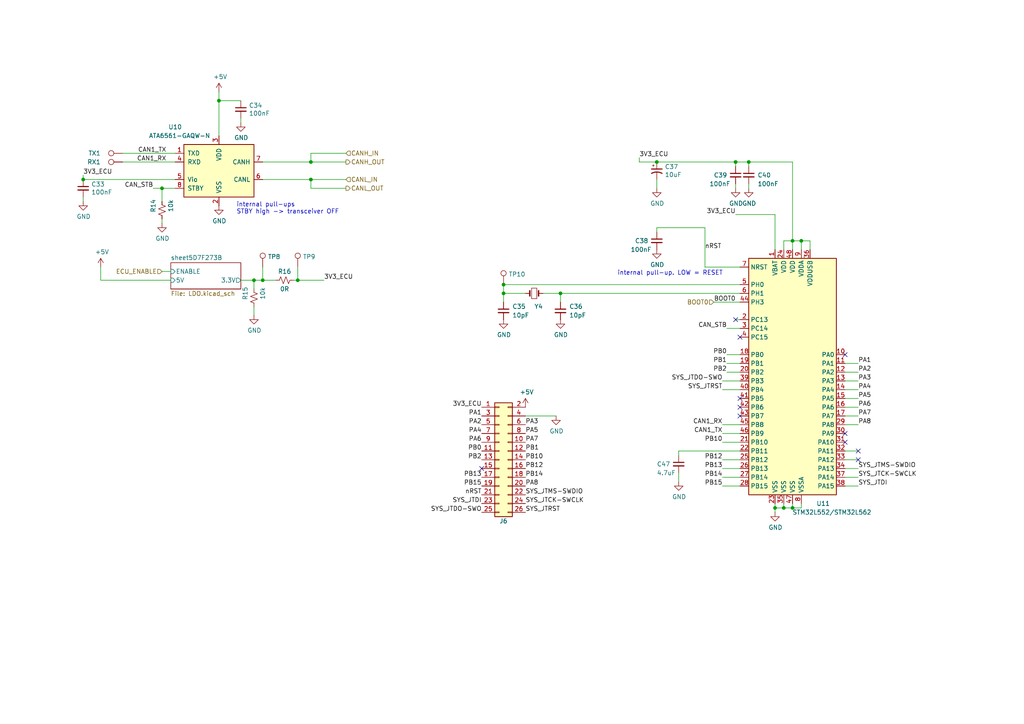
<source format=kicad_sch>
(kicad_sch (version 20230121) (generator eeschema)
  (paper "A4")
  (title_block (title "RAMN: Resistant Automotive Miniature Network V1.0") (date "2024-02-20") (rev "B2L") (company "Copyright (c) 2024 TOYOTA MOTOR CORPORATION. ALL RIGHTS RESERVED.") (comment 3 "License: CC BY-SA 4.0") (comment 4 "https://github.com/toyotainfotech/ramn"))
  (lib_symbols
    (symbol "Connector:TestPoint" (pin_numbers hide) (pin_names (offset 0.762) hide)
      (property "Reference" "TP" (at 0 6.858 0))
      (property "Value" "TestPoint" (at 0 5.08 0))
      (symbol "TestPoint_0_1"
        (circle (center 0 3.302) (radius 0.762))
      )
      (symbol "TestPoint_1_1"
        (pin passive line (at 0 0 90) (length 2.54) (name "1") (number "1"))
      )
    )
    (symbol "Connector_Generic:Conn_02x13_Odd_Even" (pin_names (offset 1.016) hide)
      (property "Reference" "J" (at 1.27 17.78 0))
      (property "Value" "Conn_02x13_Odd_Even" (at 1.27 -17.78 0))
      (symbol "Conn_02x13_Odd_Even_1_1"
        (rectangle (start -1.27 -15.113) (end 0 -15.367) (stroke (width 0.1524)))
        (rectangle (start -1.27 -12.573) (end 0 -12.827) (stroke (width 0.1524)))
        (rectangle (start -1.27 -10.033) (end 0 -10.287) (stroke (width 0.1524)))
        (rectangle (start -1.27 -7.493) (end 0 -7.747) (stroke (width 0.1524)))
        (rectangle (start -1.27 -4.953) (end 0 -5.207) (stroke (width 0.1524)))
        (rectangle (start -1.27 -2.413) (end 0 -2.667) (stroke (width 0.1524)))
        (rectangle (start -1.27 0.127) (end 0 -0.127) (stroke (width 0.1524)))
        (rectangle (start -1.27 2.667) (end 0 2.413) (stroke (width 0.1524)))
        (rectangle (start -1.27 5.207) (end 0 4.953) (stroke (width 0.1524)))
        (rectangle (start -1.27 7.747) (end 0 7.493) (stroke (width 0.1524)))
        (rectangle (start -1.27 10.287) (end 0 10.033) (stroke (width 0.1524)))
        (rectangle (start -1.27 12.827) (end 0 12.573) (stroke (width 0.1524)))
        (rectangle (start -1.27 15.367) (end 0 15.113) (stroke (width 0.1524)))
        (rectangle (start -1.27 16.51) (end 3.81 -16.51) (stroke (width 0.254)) (fill (type background)))
        (rectangle (start 3.81 -15.113) (end 2.54 -15.367) (stroke (width 0.1524)))
        (rectangle (start 3.81 -12.573) (end 2.54 -12.827) (stroke (width 0.1524)))
        (rectangle (start 3.81 -10.033) (end 2.54 -10.287) (stroke (width 0.1524)))
        (rectangle (start 3.81 -7.493) (end 2.54 -7.747) (stroke (width 0.1524)))
        (rectangle (start 3.81 -4.953) (end 2.54 -5.207) (stroke (width 0.1524)))
        (rectangle (start 3.81 -2.413) (end 2.54 -2.667) (stroke (width 0.1524)))
        (rectangle (start 3.81 0.127) (end 2.54 -0.127) (stroke (width 0.1524)))
        (rectangle (start 3.81 2.667) (end 2.54 2.413) (stroke (width 0.1524)))
        (rectangle (start 3.81 5.207) (end 2.54 4.953) (stroke (width 0.1524)))
        (rectangle (start 3.81 7.747) (end 2.54 7.493) (stroke (width 0.1524)))
        (rectangle (start 3.81 10.287) (end 2.54 10.033) (stroke (width 0.1524)))
        (rectangle (start 3.81 12.827) (end 2.54 12.573) (stroke (width 0.1524)))
        (rectangle (start 3.81 15.367) (end 2.54 15.113) (stroke (width 0.1524)))
        (pin passive line (at -5.08 15.24 0) (length 3.81) (name "Pin_1") (number "1"))
        (pin passive line (at 7.62 5.08 180) (length 3.81) (name "Pin_10") (number "10"))
        (pin passive line (at -5.08 2.54 0) (length 3.81) (name "Pin_11") (number "11"))
        (pin passive line (at 7.62 2.54 180) (length 3.81) (name "Pin_12") (number "12"))
        (pin passive line (at -5.08 0 0) (length 3.81) (name "Pin_13") (number "13"))
        (pin passive line (at 7.62 0 180) (length 3.81) (name "Pin_14") (number "14"))
        (pin passive line (at -5.08 -2.54 0) (length 3.81) (name "Pin_15") (number "15"))
        (pin passive line (at 7.62 -2.54 180) (length 3.81) (name "Pin_16") (number "16"))
        (pin passive line (at -5.08 -5.08 0) (length 3.81) (name "Pin_17") (number "17"))
        (pin passive line (at 7.62 -5.08 180) (length 3.81) (name "Pin_18") (number "18"))
        (pin passive line (at -5.08 -7.62 0) (length 3.81) (name "Pin_19") (number "19"))
        (pin passive line (at 7.62 15.24 180) (length 3.81) (name "Pin_2") (number "2"))
        (pin passive line (at 7.62 -7.62 180) (length 3.81) (name "Pin_20") (number "20"))
        (pin passive line (at -5.08 -10.16 0) (length 3.81) (name "Pin_21") (number "21"))
        (pin passive line (at 7.62 -10.16 180) (length 3.81) (name "Pin_22") (number "22"))
        (pin passive line (at -5.08 -12.7 0) (length 3.81) (name "Pin_23") (number "23"))
        (pin passive line (at 7.62 -12.7 180) (length 3.81) (name "Pin_24") (number "24"))
        (pin passive line (at -5.08 -15.24 0) (length 3.81) (name "Pin_25") (number "25"))
        (pin passive line (at 7.62 -15.24 180) (length 3.81) (name "Pin_26") (number "26"))
        (pin passive line (at -5.08 12.7 0) (length 3.81) (name "Pin_3") (number "3"))
        (pin passive line (at 7.62 12.7 180) (length 3.81) (name "Pin_4") (number "4"))
        (pin passive line (at -5.08 10.16 0) (length 3.81) (name "Pin_5") (number "5"))
        (pin passive line (at 7.62 10.16 180) (length 3.81) (name "Pin_6") (number "6"))
        (pin passive line (at -5.08 7.62 0) (length 3.81) (name "Pin_7") (number "7"))
        (pin passive line (at 7.62 7.62 180) (length 3.81) (name "Pin_8") (number "8"))
        (pin passive line (at -5.08 5.08 0) (length 3.81) (name "Pin_9") (number "9"))
      )
    )
    (symbol "Device:C_Small" (pin_numbers hide) (pin_names (offset 0.254) hide)
      (property "Reference" "C" (at 0.254 1.778 0))
      (property "Value" "C_Small" (at 0.254 -2.032 0))
      (symbol "C_Small_0_1"
        (polyline (pts (xy -1.524 -0.508) (xy 1.524 -0.508)) (stroke (width 0.3302)))
        (polyline (pts (xy -1.524 0.508) (xy 1.524 0.508)) (stroke (width 0.3048)))
      )
      (symbol "C_Small_1_1"
        (pin passive line (at 0 2.54 270) (length 2.032) (name "~") (number "1"))
        (pin passive line (at 0 -2.54 90) (length 2.032) (name "~") (number "2"))
      )
    )
    (symbol "Device:Crystal_Small" (pin_numbers hide) (pin_names (offset 1.016) hide)
      (property "Reference" "Y" (at 0 2.54 0))
      (property "Value" "Crystal_Small" (at 0 -2.54 0))
      (symbol "Crystal_Small_0_1"
        (rectangle (start -0.762 -1.524) (end 0.762 1.524))
        (polyline (pts (xy -1.27 -0.762) (xy -1.27 0.762)) (stroke (width 0.381)))
        (polyline (pts (xy 1.27 -0.762) (xy 1.27 0.762)) (stroke (width 0.381)))
      )
      (symbol "Crystal_Small_1_1"
        (pin passive line (at -2.54 0 0) (length 1.27) (name "1") (number "1"))
        (pin passive line (at 2.54 0 180) (length 1.27) (name "2") (number "2"))
      )
    )
    (symbol "Device:R_Small_US" (pin_numbers hide) (pin_names (offset 0.254) hide)
      (property "Reference" "R" (at 0.762 0.508 0))
      (property "Value" "R_Small_US" (at 0.762 -1.016 0))
      (symbol "R_Small_US_1_1"
        (polyline (pts (xy 0 0) (xy 1.016 -0.381) (xy 0 -0.762) (xy -1.016 -1.143) (xy 0 -1.524)))
        (polyline (pts (xy 0 1.524) (xy 1.016 1.143) (xy 0 0.762) (xy -1.016 0.381) (xy 0 0)))
        (pin passive line (at 0 2.54 270) (length 1.016) (name "~") (number "1"))
        (pin passive line (at 0 -2.54 90) (length 1.016) (name "~") (number "2"))
      )
    )
    (symbol "Interface_CAN_LIN:MCP2562-E-SN" (pin_names (offset 1.016))
      (property "Reference" "U" (at -10.16 8.89 0))
      (property "Value" "MCP2562-E-SN" (at 2.54 8.89 0))
      (symbol "MCP2562-E-SN_0_1"
        (rectangle (start -10.16 7.62) (end 10.16 -7.62) (stroke (width 0.254)) (fill (type background)))
      )
      (symbol "MCP2562-E-SN_1_1"
        (pin input line (at -12.7 5.08 0) (length 2.54) (name "TXD") (number "1"))
        (pin power_in line (at 0 -10.16 90) (length 2.54) (name "VSS") (number "2"))
        (pin power_in line (at 0 10.16 270) (length 2.54) (name "VDD") (number "3"))
        (pin output line (at -12.7 2.54 0) (length 2.54) (name "RXD") (number "4"))
        (pin power_in line (at -12.7 -2.54 0) (length 2.54) (name "Vio") (number "5"))
        (pin bidirectional line (at 12.7 -2.54 180) (length 2.54) (name "CANL") (number "6"))
        (pin bidirectional line (at 12.7 2.54 180) (length 2.54) (name "CANH") (number "7"))
        (pin input line (at -12.7 -5.08 0) (length 2.54) (name "STBY") (number "8"))
      )
    )
    (symbol "power:+5V" (power) (pin_names (offset 0))
      (property "Value" "+5V" (at 0 3.556 0))
      (symbol "+5V_0_1"
        (polyline (pts (xy -0.762 1.27) (xy 0 2.54)))
        (polyline (pts (xy 0 0) (xy 0 2.54)))
        (polyline (pts (xy 0 2.54) (xy 0.762 1.27)))
      )
      (symbol "+5V_1_1"
        (pin power_in line (at 0 0 90) (length 0) hide (name "+5V") (number "1"))
      )
    )
    (symbol "power:GND" (power) (pin_names (offset 0))
      (property "Value" "GND" (at 0 -3.81 0))
      (symbol "GND_0_1"
        (polyline (pts (xy 0 0) (xy 0 -1.27) (xy 1.27 -1.27) (xy 0 -2.54) (xy -1.27 -1.27) (xy 0 -1.27)))
      )
      (symbol "GND_1_1"
        (pin power_in line (at 0 0 270) (length 0) hide (name "GND") (number "1"))
      )
    )
    (symbol "ramn-rescue:CP1_Small-Device" (pin_numbers hide) (pin_names (offset 0.254) hide)
      (property "Reference" "C" (at 0.254 1.778 0))
      (property "Value" "Device_CP1_Small" (at 0.254 -2.032 0))
      (symbol "CP1_Small-Device_0_1"
        (polyline (pts (xy -1.524 0.508) (xy 1.524 0.508)) (stroke (width 0.3048)))
        (polyline (pts (xy -1.27 1.524) (xy -0.762 1.524)))
        (polyline (pts (xy -1.016 1.27) (xy -1.016 1.778)))
        (arc (start 1.524 -0.762) (mid 0 -0.3734) (end -1.524 -0.762) (stroke (width 0.3048)))
      )
      (symbol "CP1_Small-Device_1_1"
        (pin passive line (at 0 2.54 270) (length 2.032) (name "~") (number "1"))
        (pin passive line (at 0 -2.54 90) (length 2.032) (name "~") (number "2"))
      )
    )
    (symbol "ramn-rescue:STM32L443CCTx-MCU_ST_STM32L4"
      (property "Reference" "U" (at -12.7 34.29 0))
      (property "Value" "MCU_ST_STM32L4_STM32L443CCTx" (at 7.62 34.29 0))
      (symbol "STM32L443CCTx-MCU_ST_STM32L4_0_1"
        (rectangle (start -12.7 -35.56) (end 12.7 33.02) (stroke (width 0.254)) (fill (type background)))
      )
      (symbol "STM32L443CCTx-MCU_ST_STM32L4_1_1"
        (pin power_in line (at -5.08 35.56 270) (length 2.54) (name "VBAT") (number "1"))
        (pin bidirectional line (at 15.24 5.08 180) (length 2.54) (name "PA0") (number "10"))
        (pin bidirectional line (at 15.24 2.54 180) (length 2.54) (name "PA1") (number "11"))
        (pin bidirectional line (at 15.24 0 180) (length 2.54) (name "PA2") (number "12"))
        (pin bidirectional line (at 15.24 -2.54 180) (length 2.54) (name "PA3") (number "13"))
        (pin bidirectional line (at 15.24 -5.08 180) (length 2.54) (name "PA4") (number "14"))
        (pin bidirectional line (at 15.24 -7.62 180) (length 2.54) (name "PA5") (number "15"))
        (pin bidirectional line (at 15.24 -10.16 180) (length 2.54) (name "PA6") (number "16"))
        (pin bidirectional line (at 15.24 -12.7 180) (length 2.54) (name "PA7") (number "17"))
        (pin bidirectional line (at -15.24 5.08 0) (length 2.54) (name "PB0") (number "18"))
        (pin bidirectional line (at -15.24 2.54 0) (length 2.54) (name "PB1") (number "19"))
        (pin bidirectional line (at -15.24 15.24 0) (length 2.54) (name "PC13") (number "2"))
        (pin bidirectional line (at -15.24 0 0) (length 2.54) (name "PB2") (number "20"))
        (pin bidirectional line (at -15.24 -20.32 0) (length 2.54) (name "PB10") (number "21"))
        (pin bidirectional line (at -15.24 -22.86 0) (length 2.54) (name "PB11") (number "22"))
        (pin power_in line (at -5.08 -38.1 90) (length 2.54) (name "VSS") (number "23"))
        (pin power_in line (at -2.54 35.56 270) (length 2.54) (name "VDD") (number "24"))
        (pin bidirectional line (at -15.24 -25.4 0) (length 2.54) (name "PB12") (number "25"))
        (pin bidirectional line (at -15.24 -27.94 0) (length 2.54) (name "PB13") (number "26"))
        (pin bidirectional line (at -15.24 -30.48 0) (length 2.54) (name "PB14") (number "27"))
        (pin bidirectional line (at -15.24 -33.02 0) (length 2.54) (name "PB15") (number "28"))
        (pin bidirectional line (at 15.24 -15.24 180) (length 2.54) (name "PA8") (number "29"))
        (pin bidirectional line (at -15.24 12.7 0) (length 2.54) (name "PC14") (number "3"))
        (pin bidirectional line (at 15.24 -17.78 180) (length 2.54) (name "PA9") (number "30"))
        (pin bidirectional line (at 15.24 -20.32 180) (length 2.54) (name "PA10") (number "31"))
        (pin bidirectional line (at 15.24 -22.86 180) (length 2.54) (name "PA11") (number "32"))
        (pin bidirectional line (at 15.24 -25.4 180) (length 2.54) (name "PA12") (number "33"))
        (pin bidirectional line (at 15.24 -27.94 180) (length 2.54) (name "PA13") (number "34"))
        (pin power_in line (at -2.54 -38.1 90) (length 2.54) (name "VSS") (number "35"))
        (pin power_in line (at 5.08 35.56 270) (length 2.54) (name "VDDUSB") (number "36"))
        (pin bidirectional line (at 15.24 -30.48 180) (length 2.54) (name "PA14") (number "37"))
        (pin bidirectional line (at 15.24 -33.02 180) (length 2.54) (name "PA15") (number "38"))
        (pin bidirectional line (at -15.24 -2.54 0) (length 2.54) (name "PB3") (number "39"))
        (pin bidirectional line (at -15.24 10.16 0) (length 2.54) (name "PC15") (number "4"))
        (pin bidirectional line (at -15.24 -5.08 0) (length 2.54) (name "PB4") (number "40"))
        (pin bidirectional line (at -15.24 -7.62 0) (length 2.54) (name "PB5") (number "41"))
        (pin bidirectional line (at -15.24 -10.16 0) (length 2.54) (name "PB6") (number "42"))
        (pin bidirectional line (at -15.24 -12.7 0) (length 2.54) (name "PB7") (number "43"))
        (pin bidirectional line (at -15.24 20.32 0) (length 2.54) (name "PH3") (number "44"))
        (pin bidirectional line (at -15.24 -15.24 0) (length 2.54) (name "PB8") (number "45"))
        (pin bidirectional line (at -15.24 -17.78 0) (length 2.54) (name "PB9") (number "46"))
        (pin power_in line (at 0 -38.1 90) (length 2.54) (name "VSS") (number "47"))
        (pin power_in line (at 0 35.56 270) (length 2.54) (name "VDD") (number "48"))
        (pin input line (at -15.24 25.4 0) (length 2.54) (name "PH0") (number "5"))
        (pin input line (at -15.24 22.86 0) (length 2.54) (name "PH1") (number "6"))
        (pin input line (at -15.24 30.48 0) (length 2.54) (name "NRST") (number "7"))
        (pin power_in line (at 2.54 -38.1 90) (length 2.54) (name "VSSA") (number "8"))
        (pin power_in line (at 2.54 35.56 270) (length 2.54) (name "VDDA") (number "9"))
      )
    )
  )
  (junction (at 24.13 52.07))
  (junction (at 46.99 54.61))
  (junction (at 73.66 81.28))
  (junction (at 162.56 85.09))
  (junction (at 213.36 46.99))
  (junction (at 217.17 46.99))
  (junction (at 224.79 147.32))
  (junction (at 190.5 46.99))
  (junction (at 146.05 82.55))
  (junction (at 76.2 81.28))
  (junction (at 90.17 46.99))
  (junction (at 227.33 147.32))
  (junction (at 229.87 147.32))
  (junction (at 146.05 85.09))
  (junction (at 90.17 52.07))
  (junction (at 232.41 69.85))
  (junction (at 86.36 81.28))
  (junction (at 63.5 29.21))
  (junction (at 229.87 69.85))
  (no_connect (at 245.11 128.27))
  (no_connect (at 214.63 120.65))
  (no_connect (at 214.63 118.11))
  (no_connect (at 214.63 115.57))
  (no_connect (at 248.92 133.35))
  (no_connect (at 139.7 135.89))
  (no_connect (at 213.36 92.71))
  (no_connect (at 214.63 97.79))
  (no_connect (at 248.92 130.81))
  (no_connect (at 245.11 125.73))
  (no_connect (at 245.11 102.87))
  (wire (pts (xy 46.99 63.5) (xy 46.99 64.77)))
  (wire (pts (xy 213.36 46.99) (xy 217.17 46.99)))
  (wire (pts (xy 209.55 133.35) (xy 214.63 133.35)))
  (wire (pts (xy 76.2 77.47) (xy 76.2 81.28)))
  (wire (pts (xy 146.05 82.55) (xy 214.63 82.55)))
  (wire (pts (xy 90.17 54.61) (xy 90.17 52.07)))
  (wire (pts (xy 73.66 83.82) (xy 73.66 81.28)))
  (wire (pts (xy 157.48 85.09) (xy 162.56 85.09)))
  (wire (pts (xy 209.55 123.19) (xy 214.63 123.19)))
  (wire (pts (xy 245.11 110.49) (xy 248.92 110.49)))
  (wire (pts (xy 245.11 120.65) (xy 248.92 120.65)))
  (wire (pts (xy 73.66 88.9) (xy 73.66 91.44)))
  (wire (pts (xy 196.85 130.81) (xy 196.85 132.08)))
  (wire (pts (xy 213.36 62.23) (xy 224.79 62.23)))
  (wire (pts (xy 196.85 137.16) (xy 196.85 139.7)))
  (wire (pts (xy 190.5 46.99) (xy 213.36 46.99)))
  (wire (pts (xy 217.17 53.34) (xy 217.17 54.61)))
  (wire (pts (xy 213.36 53.34) (xy 213.36 54.61)))
  (wire (pts (xy 146.05 85.09) (xy 146.05 87.63)))
  (wire (pts (xy 185.42 46.99) (xy 185.42 45.72)))
  (wire (pts (xy 35.56 46.99) (xy 50.8 46.99)))
  (wire (pts (xy 76.2 81.28) (xy 80.01 81.28)))
  (wire (pts (xy 232.41 146.05) (xy 232.41 147.32)))
  (wire (pts (xy 46.99 54.61) (xy 46.99 58.42)))
  (wire (pts (xy 86.36 77.47) (xy 86.36 81.28)))
  (wire (pts (xy 232.41 69.85) (xy 229.87 69.85)))
  (wire (pts (xy 245.11 115.57) (xy 248.92 115.57)))
  (wire (pts (xy 204.47 66.04) (xy 204.47 77.47)))
  (wire (pts (xy 214.63 95.25) (xy 210.82 95.25)))
  (wire (pts (xy 217.17 46.99) (xy 229.87 46.99)))
  (wire (pts (xy 245.11 118.11) (xy 248.92 118.11)))
  (wire (pts (xy 248.92 140.97) (xy 245.11 140.97)))
  (wire (pts (xy 209.55 140.97) (xy 214.63 140.97)))
  (wire (pts (xy 207.01 87.63) (xy 214.63 87.63)))
  (wire (pts (xy 204.47 77.47) (xy 214.63 77.47)))
  (wire (pts (xy 227.33 146.05) (xy 227.33 147.32)))
  (wire (pts (xy 190.5 67.31) (xy 190.5 66.04)))
  (wire (pts (xy 245.11 107.95) (xy 248.92 107.95)))
  (wire (pts (xy 224.79 62.23) (xy 224.79 72.39)))
  (wire (pts (xy 24.13 52.07) (xy 50.8 52.07)))
  (wire (pts (xy 227.33 147.32) (xy 224.79 147.32)))
  (wire (pts (xy 214.63 110.49) (xy 209.55 110.49)))
  (wire (pts (xy 196.85 130.81) (xy 214.63 130.81)))
  (wire (pts (xy 24.13 57.15) (xy 24.13 58.42)))
  (wire (pts (xy 46.99 78.74) (xy 49.53 78.74)))
  (wire (pts (xy 90.17 44.45) (xy 100.33 44.45)))
  (wire (pts (xy 76.2 52.07) (xy 90.17 52.07)))
  (wire (pts (xy 217.17 46.99) (xy 217.17 48.26)))
  (wire (pts (xy 232.41 69.85) (xy 234.95 69.85)))
  (wire (pts (xy 224.79 146.05) (xy 224.79 147.32)))
  (wire (pts (xy 209.55 128.27) (xy 214.63 128.27)))
  (wire (pts (xy 229.87 72.39) (xy 229.87 69.85)))
  (wire (pts (xy 69.85 81.28) (xy 73.66 81.28)))
  (wire (pts (xy 209.55 135.89) (xy 214.63 135.89)))
  (wire (pts (xy 232.41 147.32) (xy 229.87 147.32)))
  (wire (pts (xy 29.21 77.47) (xy 29.21 81.28)))
  (wire (pts (xy 69.85 34.29) (xy 69.85 35.56)))
  (wire (pts (xy 63.5 29.21) (xy 63.5 39.37)))
  (wire (pts (xy 90.17 52.07) (xy 100.33 52.07)))
  (wire (pts (xy 76.2 46.99) (xy 90.17 46.99)))
  (wire (pts (xy 213.36 46.99) (xy 213.36 48.26)))
  (wire (pts (xy 209.55 125.73) (xy 214.63 125.73)))
  (wire (pts (xy 234.95 69.85) (xy 234.95 72.39)))
  (wire (pts (xy 24.13 50.8) (xy 24.13 52.07)))
  (wire (pts (xy 90.17 46.99) (xy 90.17 44.45)))
  (wire (pts (xy 190.5 66.04) (xy 204.47 66.04)))
  (wire (pts (xy 46.99 54.61) (xy 44.45 54.61)))
  (wire (pts (xy 63.5 26.67) (xy 63.5 29.21)))
  (wire (pts (xy 232.41 72.39) (xy 232.41 69.85)))
  (wire (pts (xy 248.92 138.43) (xy 245.11 138.43)))
  (wire (pts (xy 245.11 133.35) (xy 248.92 133.35)))
  (wire (pts (xy 73.66 81.28) (xy 76.2 81.28)))
  (wire (pts (xy 245.11 135.89) (xy 248.92 135.89)))
  (wire (pts (xy 209.55 138.43) (xy 214.63 138.43)))
  (wire (pts (xy 245.11 113.03) (xy 248.92 113.03)))
  (wire (pts (xy 210.82 102.87) (xy 214.63 102.87)))
  (wire (pts (xy 245.11 105.41) (xy 248.92 105.41)))
  (wire (pts (xy 29.21 81.28) (xy 49.53 81.28)))
  (wire (pts (xy 85.09 81.28) (xy 86.36 81.28)))
  (wire (pts (xy 50.8 54.61) (xy 46.99 54.61)))
  (wire (pts (xy 248.92 130.81) (xy 245.11 130.81)))
  (wire (pts (xy 90.17 54.61) (xy 100.33 54.61)))
  (wire (pts (xy 224.79 147.32) (xy 224.79 148.59)))
  (wire (pts (xy 90.17 46.99) (xy 100.33 46.99)))
  (wire (pts (xy 190.5 52.07) (xy 190.5 54.61)))
  (wire (pts (xy 152.4 120.65) (xy 161.29 120.65)))
  (wire (pts (xy 214.63 113.03) (xy 209.55 113.03)))
  (wire (pts (xy 229.87 69.85) (xy 229.87 46.99)))
  (wire (pts (xy 69.85 29.21) (xy 63.5 29.21)))
  (wire (pts (xy 162.56 85.09) (xy 214.63 85.09)))
  (wire (pts (xy 214.63 92.71) (xy 213.36 92.71)))
  (wire (pts (xy 35.56 44.45) (xy 50.8 44.45)))
  (wire (pts (xy 190.5 46.99) (xy 185.42 46.99)))
  (wire (pts (xy 210.82 107.95) (xy 214.63 107.95)))
  (wire (pts (xy 210.82 105.41) (xy 214.63 105.41)))
  (wire (pts (xy 86.36 81.28) (xy 93.98 81.28)))
  (wire (pts (xy 245.11 123.19) (xy 248.92 123.19)))
  (wire (pts (xy 146.05 85.09) (xy 152.4 85.09)))
  (wire (pts (xy 229.87 147.32) (xy 227.33 147.32)))
  (wire (pts (xy 227.33 69.85) (xy 229.87 69.85)))
  (wire (pts (xy 227.33 72.39) (xy 227.33 69.85)))
  (wire (pts (xy 229.87 146.05) (xy 229.87 147.32)))
  (wire (pts (xy 162.56 85.09) (xy 162.56 87.63)))
  (wire (pts (xy 146.05 82.55) (xy 146.05 85.09)))
  (text "internal pull-up. LOW = RESET" (at 179.07 80.01 0) (effects (font (size 1.27 1.27)) (justify left bottom)))
  (text "internal pull-ups\nSTBY high -> transceiver OFF" (at 68.58 62.23 0) (effects (font (size 1.27 1.27)) (justify left bottom)))
  (label "3V3_ECU" (at 24.13 50.8 0))
  (label "PA7" (at 152.4 128.27 0))
  (label "PB13" (at 209.55 135.89 180))
  (label "3V3_ECU" (at 139.7 118.11 180))
  (label "PB2" (at 139.7 133.35 180))
  (label "PA6" (at 139.7 128.27 180))
  (label "PB13" (at 139.7 138.43 180))
  (label "PA1" (at 139.7 120.65 180))
  (label "CAN1_RX" (at 48.26 46.99 180))
  (label "CAN1_TX" (at 48.26 44.45 180))
  (label "nRST" (at 204.47 72.39 0))
  (label "PA7" (at 248.92 120.65 0))
  (label "3V3_ECU" (at 93.98 81.28 0))
  (label "PB10" (at 209.55 128.27 180))
  (label "PB2" (at 210.82 107.95 180))
  (label "CAN1_TX" (at 209.55 125.73 180))
  (label "SYS_JTDO-SWO" (at 209.55 110.49 180))
  (label "PB14" (at 209.55 138.43 180))
  (label "3V3_ECU" (at 185.42 45.72 0))
  (label "PB1" (at 152.4 130.81 0))
  (label "PA4" (at 248.92 113.03 0))
  (label "PB0" (at 210.82 102.87 180))
  (label "PA6" (at 248.92 118.11 0))
  (label "CAN_STB" (at 44.45 54.61 180))
  (label "PB12" (at 152.4 135.89 0))
  (label "BOOT0" (at 213.36 87.63 180))
  (label "SYS_JTRST" (at 152.4 148.59 0))
  (label "PB12" (at 209.55 133.35 180))
  (label "SYS_JTDO-SWO" (at 139.7 148.59 180))
  (label "PA5" (at 248.92 115.57 0))
  (label "PB14" (at 152.4 138.43 0))
  (label "PA5" (at 152.4 125.73 0))
  (label "PA8" (at 248.92 123.19 0))
  (label "CAN1_RX" (at 209.55 123.19 180))
  (label "SYS_JTCK-SWCLK" (at 248.92 138.43 0))
  (label "PA3" (at 152.4 123.19 0))
  (label "PB1" (at 210.82 105.41 180))
  (label "PA2" (at 248.92 107.95 0))
  (label "PB0" (at 139.7 130.81 180))
  (label "PB10" (at 152.4 133.35 0))
  (label "SYS_JTRST" (at 209.55 113.03 180))
  (label "PA3" (at 248.92 110.49 0))
  (label "PA4" (at 139.7 125.73 180))
  (label "SYS_JTMS-SWDIO" (at 152.4 143.51 0))
  (label "SYS_JTMS-SWDIO" (at 248.92 135.89 0))
  (label "SYS_JTDI" (at 139.7 146.05 180))
  (label "PA2" (at 139.7 123.19 180))
  (label "PA1" (at 248.92 105.41 0))
  (label "3V3_ECU" (at 213.36 62.23 180))
  (label "CAN_STB" (at 210.82 95.25 180))
  (label "SYS_JTCK-SWCLK" (at 152.4 146.05 0))
  (label "SYS_JTDI" (at 248.92 140.97 0))
  (label "PA8" (at 152.4 140.97 0))
  (label "nRST" (at 139.7 143.51 180))
  (label "PB15" (at 209.55 140.97 180))
  (label "PB15" (at 139.7 140.97 180))
  (hierarchical_label "CANL_IN" (shape input) (at 100.33 52.07 0))
  (hierarchical_label "CANH_IN" (shape input) (at 100.33 44.45 0))
  (hierarchical_label "CANH_OUT" (shape output) (at 100.33 46.99 0))
  (hierarchical_label "BOOT0" (shape input) (at 207.01 87.63 180))
  (hierarchical_label "ECU_ENABLE" (shape input) (at 46.99 78.74 180))
  (hierarchical_label "CANL_OUT" (shape output) (at 100.33 54.61 0))
  (symbol (lib_id "power:GND") (at 63.5 59.69 0) (unit 1)
    (property "Reference" "#PWR060" (effects hide))
    (property "Value" "GND" (at 63.627 64.0842 0))
  )
  (symbol (lib_id "power:+5V") (at 63.5 26.67 0) (unit 1)
    (property "Reference" "#PWR059" (effects hide))
    (property "Value" "+5V" (at 63.881 22.2758 0))
  )
  (symbol (lib_id "power:GND") (at 69.85 35.56 0) (unit 1)
    (property "Reference" "#PWR061" (effects hide))
    (property "Value" "GND" (at 69.977 39.9542 0))
  )
  (symbol (lib_id "Device:C_Small") (at 69.85 31.75 0) (unit 1)
    (property "Reference" "C34" (at 72.1868 30.5816 0) (effects (justify left)))
    (property "Value" "100nF" (at 72.1868 32.893 0) (effects (justify left)))
    (property "Footprint" "Capacitor_SMD:C_0603_1608Metric" (effects hide))
  )
  (symbol (lib_id "power:GND") (at 24.13 58.42 0) (unit 1)
    (property "Reference" "#PWR056" (effects hide))
    (property "Value" "GND" (at 24.257 62.8142 0))
  )
  (symbol (lib_id "Device:C_Small") (at 24.13 54.61 0) (unit 1)
    (property "Reference" "C33" (at 26.4668 53.4416 0) (effects (justify left)))
    (property "Value" "100nF" (at 26.4668 55.753 0) (effects (justify left)))
    (property "Footprint" "Capacitor_SMD:C_0603_1608Metric" (effects hide))
  )
  (symbol (lib_id "Interface_CAN_LIN:MCP2562-E-SN") (at 63.5 49.53 0) (unit 1)
    (property "Reference" "U10" (at 50.8 36.83 0))
    (property "Value" "ATA6561-GAQW-N" (at 52.07 39.37 0))
    (property "Footprint" "Package_SO:SOIC-8_3.9x4.9mm_P1.27mm" (effects hide))
  )
  (symbol (lib_id "power:GND") (at 146.05 92.71 0) (unit 1)
    (property "Reference" "#PWR063" (effects hide))
    (property "Value" "GND" (at 146.177 97.1042 0))
  )
  (symbol (lib_id "power:GND") (at 162.56 92.71 0) (unit 1)
    (property "Reference" "#PWR066" (effects hide))
    (property "Value" "GND" (at 162.687 97.1042 0))
  )
  (symbol (lib_id "Device:C_Small") (at 162.56 90.17 0) (unit 1)
    (property "Reference" "C36" (at 165.1 88.9 0) (effects (justify left)))
    (property "Value" "10pF" (at 165.1 91.44 0) (effects (justify left)))
    (property "Footprint" "Capacitor_SMD:C_0603_1608Metric" (effects hide))
  )
  (symbol (lib_id "Device:C_Small") (at 146.05 90.17 0) (unit 1)
    (property "Reference" "C35" (at 148.59 88.9 0) (effects (justify left)))
    (property "Value" "10pF" (at 148.59 91.44 0) (effects (justify left)))
    (property "Footprint" "Capacitor_SMD:C_0603_1608Metric" (effects hide))
  )
  (symbol (lib_id "Device:Crystal_Small") (at 154.94 85.09 0) (unit 1)
    (property "Reference" "Y4" (at 156.21 88.9 0))
    (property "Value" "NX3225GD-8MHZ-STD-CRA-3" (effects hide))
    (property "Footprint" "digikey-footprints:SMD-2_3.2x2.5mm" (effects hide))
  )
  (symbol (lib_id "power:GND") (at 224.79 148.59 0) (unit 1)
    (property "Reference" "#PWR072" (effects hide))
    (property "Value" "GND" (at 224.917 152.9842 0))
  )
  (symbol (lib_id "power:GND") (at 190.5 72.39 0) (unit 1)
    (property "Reference" "#PWR068" (effects hide))
    (property "Value" "GND" (at 190.627 76.7842 0))
  )
  (symbol (lib_id "Device:C_Small") (at 190.5 69.85 0) (unit 1)
    (property "Reference" "C38" (at 184.15 69.85 0) (effects (justify left)))
    (property "Value" "100nF" (at 182.88 72.39 0) (effects (justify left)))
    (property "Footprint" "Capacitor_SMD:C_0603_1608Metric" (effects hide))
  )
  (symbol (lib_id "ramn-rescue:CP1_Small-Device") (at 190.5 49.53 0) (unit 1)
    (property "Reference" "C37" (at 192.8114 48.3616 0) (effects (justify left)))
    (property "Value" "10uF" (at 192.8114 50.673 0) (effects (justify left)))
    (property "Footprint" "Capacitor_SMD:C_1206_3216Metric" (effects hide))
  )
  (symbol (lib_id "power:GND") (at 190.5 54.61 0) (unit 1)
    (property "Reference" "#PWR067" (effects hide))
    (property "Value" "GND" (at 190.627 59.0042 0))
  )
  (symbol (lib_id "power:GND") (at 213.36 54.61 0) (unit 1)
    (property "Reference" "#PWR070" (effects hide))
    (property "Value" "GND" (at 213.487 59.0042 0))
  )
  (symbol (lib_id "power:GND") (at 217.17 54.61 0) (unit 1)
    (property "Reference" "#PWR071" (effects hide))
    (property "Value" "GND" (at 217.297 59.0042 0))
  )
  (symbol (lib_id "Device:C_Small") (at 217.17 50.8 0) (unit 1)
    (property "Reference" "C40" (at 219.71 50.8 0) (effects (justify left)))
    (property "Value" "100nF" (at 219.71 53.34 0) (effects (justify left)))
    (property "Footprint" "Capacitor_SMD:C_0603_1608Metric" (effects hide))
  )
  (symbol (lib_id "Device:C_Small") (at 213.36 50.8 0) (unit 1)
    (property "Reference" "C39" (at 207.01 50.8 0) (effects (justify left)))
    (property "Value" "100nF" (at 205.74 53.34 0) (effects (justify left)))
    (property "Footprint" "Capacitor_SMD:C_0603_1608Metric" (effects hide))
  )
  (symbol (lib_id "ramn-rescue:STM32L443CCTx-MCU_ST_STM32L4") (at 229.87 107.95 0) (unit 1)
    (property "Reference" "U11" (at 238.76 146.05 0))
    (property "Value" "STM32L552/STM32L562" (at 241.3 148.59 0))
    (property "Footprint" "Package_QFP:LQFP-48_7x7mm_P0.5mm" (effects hide))
    (property "Datasheet" "http://www.st.com/st-web-ui/static/active/en/resource/technical/document/datasheet/DM00254865.pdf" (effects hide))
  )
  (symbol (lib_id "power:+5V") (at 29.21 77.47 0) (unit 1)
    (property "Reference" "#PWR057" (effects hide))
    (property "Value" "+5V" (at 29.591 73.0758 0))
  )
  (symbol (lib_id "Connector:TestPoint") (at 146.05 82.55 0) (unit 1)
    (property "Reference" "TP10" (at 147.5232 79.5528 0) (effects (justify left)))
    (property "Value" " " (at 147.5232 81.8642 0) (effects (justify left)))
    (property "Footprint" "TestPoint:TestPoint_Loop_D2.54mm_Drill1.5mm_Beaded" (effects hide))
  )
  (symbol (lib_id "Device:R_Small_US") (at 46.99 60.96 0) (unit 1)
    (property "Reference" "R14" (at 44.45 59.69 90))
    (property "Value" "10k" (at 49.53 59.69 90))
    (property "Footprint" "Resistor_SMD:R_0603_1608Metric" (effects hide))
  )
  (symbol (lib_id "power:GND") (at 46.99 64.77 0) (unit 1)
    (property "Reference" "#PWR058" (effects hide))
    (property "Value" "GND" (at 47.117 69.1642 0))
  )
  (symbol (lib_id "Device:R_Small_US") (at 82.55 81.28 270) (unit 1)
    (property "Reference" "R16" (at 82.55 78.74 90))
    (property "Value" "0R" (at 82.55 83.82 90))
    (property "Footprint" "Resistor_SMD:R_0603_1608Metric" (effects hide))
  )
  (symbol (lib_id "Connector:TestPoint") (at 76.2 77.47 0) (unit 1)
    (property "Reference" "TP8" (at 77.6732 74.4728 0) (effects (justify left)))
    (property "Value" " " (at 77.6732 76.7842 0) (effects (justify left)))
    (property "Footprint" "TestPoint:TestPoint_Loop_D2.54mm_Drill1.5mm_Beaded" (effects hide))
  )
  (symbol (lib_id "Connector:TestPoint") (at 86.36 77.47 0) (unit 1)
    (property "Reference" "TP9" (at 87.8332 74.4728 0) (effects (justify left)))
    (property "Value" " " (at 87.8332 76.7842 0) (effects (justify left)))
    (property "Footprint" "TestPoint:TestPoint_Loop_D2.54mm_Drill1.5mm_Beaded" (effects hide))
  )
  (symbol (lib_id "power:GND") (at 161.29 120.65 0) (unit 1)
    (property "Reference" "#PWR065" (effects hide))
    (property "Value" "GND" (at 161.417 125.0442 0))
  )
  (symbol (lib_id "power:+5V") (at 152.4 118.11 0) (unit 1)
    (property "Reference" "#PWR064" (effects hide))
    (property "Value" "+5V" (at 152.781 113.7158 0))
  )
  (symbol (lib_id "Connector:TestPoint") (at 35.56 44.45 90) (unit 1)
    (property "Reference" "TX1" (at 29.21 44.45 90) (effects (justify left)))
    (property "Value" " " (at 34.8742 42.9768 0) (effects (justify left)))
    (property "Footprint" "TestPoint:TestPoint_Pad_D1.0mm" (effects hide))
  )
  (symbol (lib_id "Connector:TestPoint") (at 35.56 46.99 90) (unit 1)
    (property "Reference" "RX1" (at 29.21 46.99 90) (effects (justify left)))
    (property "Value" " " (at 34.8742 45.5168 0) (effects (justify left)))
    (property "Footprint" "TestPoint:TestPoint_Pad_D1.0mm" (effects hide))
  )
  (symbol (lib_id "Connector_Generic:Conn_02x13_Odd_Even") (at 144.78 133.35 0) (unit 1)
    (property "Reference" "J6" (at 146.05 151.13 0))
    (property "Value" " " (at 146.05 114.9096 0))
    (property "Footprint" "Connector_PinSocket_2.54mm:PinSocket_2x13_P2.54mm_Vertical" (effects hide))
  )
  (symbol (lib_id "Device:R_Small_US") (at 73.66 86.36 0) (unit 1)
    (property "Reference" "R15" (at 71.12 85.09 90))
    (property "Value" "10k" (at 76.2 85.09 90))
    (property "Footprint" "Resistor_SMD:R_0603_1608Metric" (effects hide))
  )
  (symbol (lib_id "power:GND") (at 73.66 91.44 0) (unit 1)
    (property "Reference" "#PWR062" (effects hide))
    (property "Value" "GND" (at 73.787 95.8342 0))
  )
  (symbol (lib_id "power:GND") (at 196.85 139.7 0) (unit 1)
    (property "Reference" "#PWR069" (effects hide))
    (property "Value" "GND" (at 196.977 144.0942 0))
  )
  (symbol (lib_id "Device:C_Small") (at 196.85 134.62 0) (unit 1)
    (property "Reference" "C47" (at 190.5 134.62 0) (effects (justify left)))
    (property "Value" "4.7uF" (at 190.5 137.16 0) (effects (justify left)))
    (property "Footprint" "Capacitor_SMD:C_0603_1608Metric" (effects hide))
  )
  (sheet (at 49.53 76.2) (size 20.32 7.62)
    (property "Sheetname" "sheet5D7F273B" (at 49.53 75.4884 0) (effects (justify left bottom)))
    (property "Sheetfile" "LDO.kicad_sch" (at 49.53 84.4046 0) (effects (justify left top)))
    (pin "3.3V" output (at 69.85 81.28 0))
    (pin "5V" input (at 49.53 81.28 180))
    (pin "ENABLE" input (at 49.53 78.74 180))
  )
)
</source>
